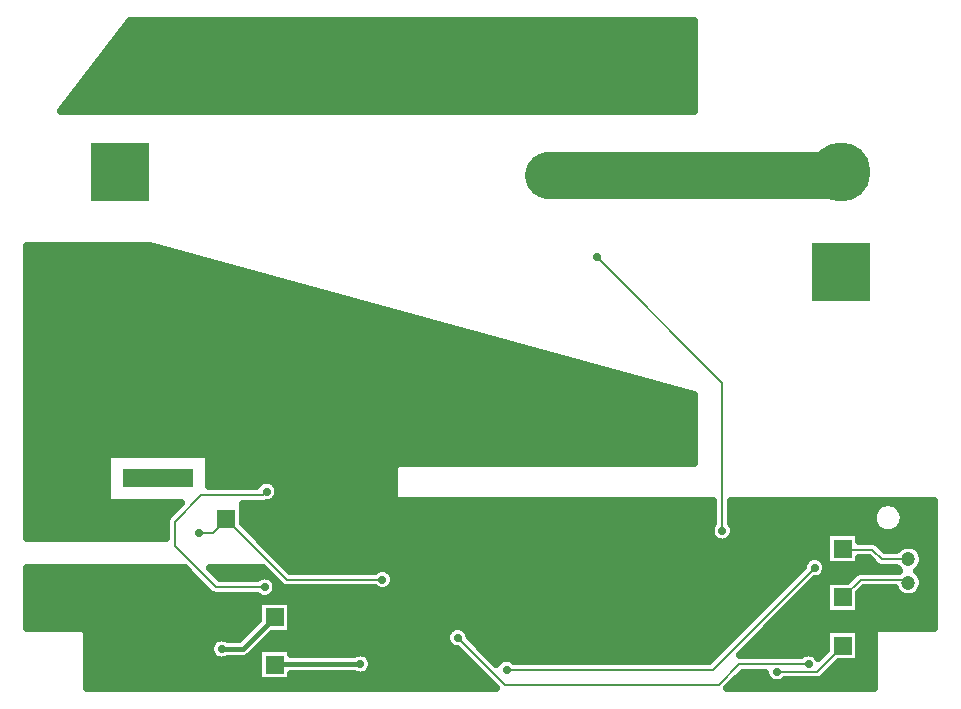
<source format=gbr>
G04 DipTrace 3.2.0.1*
G04 Bottom.gbr*
%MOIN*%
G04 #@! TF.FileFunction,Copper,L2,Bot*
G04 #@! TF.Part,Single*
G04 #@! TA.AperFunction,Conductor*
%ADD14C,0.015748*%
%ADD15C,0.007874*%
G04 #@! TA.AperFunction,ViaPad*
%ADD16C,0.07874*%
G04 #@! TA.AperFunction,Conductor*
%ADD17C,0.15748*%
%ADD19C,0.059055*%
G04 #@! TA.AperFunction,CopperBalancing*
%ADD20C,0.025*%
%ADD21R,0.059055X0.059055*%
G04 #@! TA.AperFunction,ComponentPad*
%ADD23C,0.059055*%
%ADD27R,0.047244X0.047244*%
%ADD28C,0.047244*%
%ADD29R,0.19685X0.19685*%
%ADD30C,0.19685*%
G04 #@! TA.AperFunction,ViaPad*
%ADD42C,0.027559*%
%FSLAX26Y26*%
G04*
G70*
G90*
G75*
G01*
G04 Bottom*
%LPD*%
X1106126Y587430D2*
D14*
X1177490D1*
X1283465Y693406D1*
X3394636Y887205D2*
D15*
X3306446D1*
X3274950Y918701D1*
X3179724D1*
X3177165Y921260D1*
X1568701Y537451D2*
D14*
X1286566D1*
X1283465Y534350D1*
X2193701Y2168701D2*
D17*
X3160827D1*
X3169291Y2177165D1*
X2056201Y518701D2*
D15*
X2743110D1*
X3082677Y858268D1*
X2956693Y511811D2*
X3090551D1*
X3177165Y598425D1*
X1249861Y793659D2*
X1087378D1*
X949892Y931144D1*
Y1012386D1*
X1037383Y1099877D1*
X1243612D1*
X1256110Y1112375D1*
X806201Y1156201D2*
D19*
X981201D1*
X2774950Y981201D2*
D15*
Y1474951D1*
X2356201Y1893701D1*
X1031201Y974951D2*
X1077314D1*
X1122047Y1019685D1*
X1641732Y818898D2*
X1322835D1*
X1122047Y1019685D1*
X3177165Y759843D2*
X3236024Y818701D1*
X3384400D1*
X3394636Y808465D1*
X3062450Y537451D2*
X2831201D1*
X2762450Y468701D1*
X2049769D1*
X1893543Y624927D1*
D42*
X1031201Y974951D3*
X3082677Y858268D3*
X1641732Y818898D3*
X2056201Y518701D3*
X2956693Y511811D3*
X1106126Y587430D3*
X1568701Y537451D3*
X3062450D3*
X1893543Y624927D3*
X1493701Y893701D3*
X2774950Y981201D3*
X2356201Y1893701D3*
X1249861Y793659D3*
X1256110Y1112375D3*
X937450Y799951D3*
D16*
X2018530Y1331102D3*
X2574722Y1343601D3*
X2193701Y2168701D3*
D42*
X1381201Y1131201D3*
X1431201Y606201D3*
X2306201Y574951D3*
X2443701Y606201D3*
X2637450Y637451D3*
X2824950Y793701D3*
X1368701Y856201D3*
D16*
X1068701Y2618701D3*
X818701D3*
X943701D3*
X1068701Y2493701D3*
X818701D3*
X943701D3*
X693701D3*
X2243701Y2618701D3*
X1668701D3*
X2243701Y2493701D3*
X1668701D3*
X458701Y1906332D2*
D20*
X955308D1*
X458701Y1881463D2*
X1046059D1*
X458701Y1856594D2*
X1136846D1*
X458701Y1831726D2*
X1227597D1*
X458701Y1806857D2*
X1318384D1*
X458701Y1781988D2*
X1409135D1*
X458701Y1757119D2*
X1499922D1*
X458701Y1732251D2*
X1590673D1*
X458701Y1707382D2*
X1681460D1*
X458701Y1682513D2*
X1772211D1*
X458701Y1657644D2*
X1862998D1*
X458701Y1632776D2*
X1953785D1*
X458701Y1607907D2*
X2044536D1*
X458701Y1583038D2*
X2135323D1*
X458701Y1558169D2*
X2226075D1*
X458701Y1533301D2*
X2316862D1*
X458701Y1508432D2*
X2407613D1*
X458701Y1483563D2*
X2498400D1*
X458701Y1458694D2*
X2589151D1*
X458701Y1433825D2*
X2678718D1*
X458701Y1408957D2*
X2678718D1*
X458701Y1384088D2*
X2678718D1*
X458701Y1359219D2*
X2678718D1*
X458701Y1334350D2*
X2678718D1*
X458701Y1309482D2*
X2678718D1*
X458701Y1284613D2*
X2678718D1*
X458701Y1259744D2*
X2678718D1*
X458701Y1234875D2*
X721307D1*
X1066094D2*
X2678718D1*
X458701Y1210007D2*
X721307D1*
X1066094D2*
X2678718D1*
X458701Y1185138D2*
X721307D1*
X1066094D2*
X1678697D1*
X458701Y1160269D2*
X721307D1*
X1066094D2*
X1678661D1*
X458701Y1135400D2*
X721307D1*
X1066094D2*
X1222035D1*
X1290191D2*
X1678625D1*
X458701Y1110531D2*
X721307D1*
X1297655D2*
X1678590D1*
X458701Y1085663D2*
X721307D1*
X1287141D2*
X1681424D1*
X458701Y1060794D2*
X954447D1*
X1179381D2*
X2743202D1*
X2806693D2*
X3287493D1*
X3367921D2*
X3478684D1*
X458701Y1035925D2*
X929579D1*
X1179381D2*
X2743202D1*
X2806693D2*
X3274359D1*
X3381055D2*
X3478684D1*
X458701Y1011056D2*
X918132D1*
X1179381D2*
X2743202D1*
X2806693D2*
X3275113D1*
X3380302D2*
X3478684D1*
X458701Y986188D2*
X918132D1*
X1199404D2*
X2733692D1*
X2816238D2*
X3290615D1*
X3364800D2*
X3478684D1*
X458701Y961319D2*
X918132D1*
X1224272D2*
X2738788D1*
X2811107D2*
X3119842D1*
X3234504D2*
X3478684D1*
X1249140Y936450D2*
X3119842D1*
X3301069D2*
X3478684D1*
X1274007Y911581D2*
X3119842D1*
X3439582D2*
X3478684D1*
X1298875Y886713D2*
X3053349D1*
X3234504D2*
X3263092D1*
X3446077D2*
X3478684D1*
X1323743Y861844D2*
X3041256D1*
X3124088D2*
X3289359D1*
X3438972D2*
X3478684D1*
X458719Y836975D2*
X1000199D1*
X1087912D2*
X1260898D1*
X1678889D2*
X3017536D1*
X3117952D2*
X3210450D1*
X3436891D2*
X3478684D1*
X458719Y812106D2*
X1025067D1*
X1682728D2*
X2992668D1*
X3080382D2*
X3119842D1*
X3445934D2*
X3478684D1*
X458719Y787238D2*
X1049934D1*
X1290909D2*
X1616295D1*
X1667155D2*
X2967801D1*
X3055514D2*
X3119842D1*
X3248427D2*
X3348030D1*
X3441233D2*
X3478684D1*
X458719Y762369D2*
X1223937D1*
X1275802D2*
X2942933D1*
X3030646D2*
X3119842D1*
X3234504D2*
X3375732D1*
X3413566D2*
X3478684D1*
X458719Y737500D2*
X1226126D1*
X1340788D2*
X2918029D1*
X3005778D2*
X3119842D1*
X3234504D2*
X3478684D1*
X458719Y712631D2*
X1226126D1*
X1340788D2*
X2893162D1*
X2980911D2*
X3119842D1*
X3234504D2*
X3478684D1*
X458719Y687762D2*
X1226126D1*
X1340788D2*
X2868294D1*
X2956043D2*
X3478684D1*
X458719Y662894D2*
X1203519D1*
X1340788D2*
X1881730D1*
X1905354D2*
X2843426D1*
X2931175D2*
X3478684D1*
X658701Y638025D2*
X1178651D1*
X1277524D2*
X1854207D1*
X1932877D2*
X2818558D1*
X2906307D2*
X3119842D1*
X3234504D2*
X3278701D1*
X658701Y613156D2*
X1074192D1*
X1252656D2*
X1853776D1*
X1949168D2*
X2793691D1*
X2881440D2*
X3119842D1*
X3234504D2*
X3278701D1*
X658701Y588287D2*
X1064539D1*
X1340788D2*
X1877424D1*
X1974036D2*
X2768823D1*
X2856572D2*
X3119842D1*
X3234504D2*
X3278701D1*
X658701Y563419D2*
X1072793D1*
X1202885D2*
X1226126D1*
X1600410D2*
X1911191D1*
X1998904D2*
X2743955D1*
X3234504D2*
X3278701D1*
X658701Y538550D2*
X1226126D1*
X1610278D2*
X1936059D1*
X3161157D2*
X3278701D1*
X658701Y513681D2*
X1226126D1*
X1602240D2*
X1960926D1*
X3136289D2*
X3278701D1*
X658701Y488812D2*
X1226126D1*
X1340788D2*
X1985794D1*
X2826429D2*
X2922587D1*
X3111134D2*
X3278701D1*
X658701Y463944D2*
X2010662D1*
X2801561D2*
X3278701D1*
X1237812Y748244D2*
X1338303D1*
Y638567D1*
X1275542D1*
X1199042Y562196D1*
X1194829Y559135D1*
X1190189Y556771D1*
X1185236Y555162D1*
X1180093Y554348D1*
X1126785Y554245D1*
X1121085Y551315D1*
X1115251Y549420D1*
X1109193Y548460D1*
X1103059D1*
X1097000Y549420D1*
X1091167Y551315D1*
X1085701Y554100D1*
X1080739Y557706D1*
X1076401Y562043D1*
X1072796Y567006D1*
X1070011Y572471D1*
X1068116Y578305D1*
X1067156Y584363D1*
Y590497D1*
X1068116Y596556D1*
X1070011Y602390D1*
X1072796Y607855D1*
X1076401Y612818D1*
X1080739Y617155D1*
X1085701Y620761D1*
X1091167Y623545D1*
X1097000Y625441D1*
X1103059Y626400D1*
X1109193D1*
X1115251Y625441D1*
X1121085Y623545D1*
X1126760Y620621D1*
X1163720Y620616D1*
X1228649Y685521D1*
X1228626Y748244D1*
X1237812D1*
X732990Y1238598D2*
X1063599D1*
Y1129116D1*
X1220787Y1129125D1*
X1224485Y1135352D1*
X1228469Y1140017D1*
X1233133Y1144000D1*
X1238363Y1147205D1*
X1244031Y1149553D1*
X1249995Y1150985D1*
X1256110Y1151466D1*
X1262225Y1150985D1*
X1268190Y1149553D1*
X1273857Y1147205D1*
X1279087Y1144000D1*
X1283751Y1140017D1*
X1287735Y1135352D1*
X1290940Y1130122D1*
X1293288Y1124455D1*
X1294720Y1118490D1*
X1295201Y1112375D1*
X1294720Y1106260D1*
X1293288Y1100296D1*
X1290940Y1094629D1*
X1287735Y1089398D1*
X1283751Y1084734D1*
X1279087Y1080750D1*
X1273857Y1077545D1*
X1268190Y1075198D1*
X1262225Y1073766D1*
X1255811Y1073297D1*
X1250439Y1071437D1*
X1245906Y1070719D1*
X1176903Y1070629D1*
X1176886Y1006236D1*
X1334936Y848159D1*
X1615829Y848146D1*
X1621308Y852228D1*
X1626773Y855013D1*
X1632607Y856908D1*
X1638665Y857868D1*
X1644799D1*
X1650858Y856908D1*
X1656692Y855013D1*
X1662157Y852228D1*
X1667120Y848622D1*
X1671457Y844285D1*
X1675062Y839322D1*
X1677847Y833857D1*
X1679743Y828023D1*
X1680702Y821965D1*
Y815831D1*
X1679743Y809772D1*
X1677847Y803938D1*
X1675062Y798473D1*
X1671457Y793510D1*
X1667120Y789173D1*
X1662157Y785567D1*
X1656692Y782783D1*
X1650858Y780887D1*
X1644799Y779928D1*
X1638665D1*
X1632607Y780887D1*
X1626773Y782783D1*
X1621308Y785567D1*
X1615826Y789653D1*
X1320540Y789740D1*
X1316007Y790458D1*
X1311642Y791876D1*
X1307553Y793960D1*
X1303840Y796657D1*
X1244174Y856196D1*
X1066206Y856201D1*
X1099499Y822901D1*
X1223917Y822907D1*
X1229436Y826989D1*
X1234902Y829774D1*
X1240735Y831669D1*
X1246794Y832629D1*
X1252928D1*
X1258986Y831669D1*
X1264820Y829774D1*
X1270286Y826989D1*
X1275248Y823383D1*
X1279586Y819046D1*
X1283191Y814084D1*
X1285976Y808618D1*
X1287871Y802784D1*
X1288831Y796726D1*
Y790592D1*
X1287871Y784533D1*
X1285976Y778699D1*
X1283191Y773234D1*
X1279586Y768272D1*
X1275248Y763934D1*
X1270286Y760329D1*
X1264820Y757544D1*
X1258986Y755648D1*
X1252928Y754689D1*
X1246794D1*
X1240735Y755648D1*
X1234902Y757544D1*
X1229436Y760329D1*
X1223954Y764414D1*
X1085083Y764501D1*
X1080550Y765219D1*
X1076185Y766637D1*
X1072096Y768721D1*
X1068383Y771418D1*
X1008235Y831439D1*
X983495Y856178D1*
X456175Y856201D1*
X456201Y656231D1*
X644682Y656162D1*
X647564Y655589D1*
X650232Y654359D1*
X652540Y652540D1*
X654359Y650232D1*
X655589Y647564D1*
X656162Y644682D1*
X656201Y456206D1*
X2020900Y456201D1*
X1891180Y585927D1*
X1884418Y586916D1*
X1878584Y588812D1*
X1873119Y591596D1*
X1868156Y595202D1*
X1863819Y599539D1*
X1860213Y604502D1*
X1857428Y609967D1*
X1855533Y615801D1*
X1854573Y621859D1*
Y627994D1*
X1855533Y634052D1*
X1857428Y639886D1*
X1860213Y645351D1*
X1863819Y650314D1*
X1868156Y654651D1*
X1873119Y658257D1*
X1878584Y661041D1*
X1884418Y662937D1*
X1890476Y663897D1*
X1896610D1*
X1902669Y662937D1*
X1908503Y661041D1*
X1913968Y658257D1*
X1918931Y654651D1*
X1923268Y650314D1*
X1926873Y645351D1*
X1929658Y639886D1*
X1931554Y634052D1*
X1932541Y627287D1*
X2022090Y537743D1*
X2024576Y541678D1*
X2028560Y546342D1*
X2033224Y550326D1*
X2038454Y553531D1*
X2044121Y555878D1*
X2050086Y557310D1*
X2056201Y557791D1*
X2062316Y557310D1*
X2068280Y555878D1*
X2073948Y553531D1*
X2079178Y550326D1*
X2082108Y547945D1*
X2731003Y547949D1*
X3043638Y860591D1*
X3044667Y867393D1*
X3046562Y873227D1*
X3049347Y878692D1*
X3052952Y883655D1*
X3057290Y887992D1*
X3062252Y891598D1*
X3067718Y894383D1*
X3073552Y896278D1*
X3079610Y897238D1*
X3085744D1*
X3091803Y896278D1*
X3097636Y894383D1*
X3103102Y891598D1*
X3108064Y887992D1*
X3112402Y883655D1*
X3116007Y878692D1*
X3118792Y873227D1*
X3120688Y867393D1*
X3121647Y861335D1*
Y855201D1*
X3120688Y849142D1*
X3118792Y843308D1*
X3116007Y837843D1*
X3112402Y832880D1*
X3108064Y828543D1*
X3103102Y824938D1*
X3097636Y822153D1*
X3091803Y820257D1*
X3085037Y819270D1*
X2832492Y566719D1*
X3036494Y566700D1*
X3042025Y570782D1*
X3047491Y573566D1*
X3053325Y575462D1*
X3059383Y576421D1*
X3065517D1*
X3071576Y575462D1*
X3077409Y573566D1*
X3082875Y570782D1*
X3087837Y567176D1*
X3092175Y562839D1*
X3095574Y558185D1*
X3122318Y584940D1*
X3122327Y653264D1*
X3232004D1*
Y543587D1*
X3163716D1*
X3109546Y489571D1*
X3105833Y486873D1*
X3101744Y484789D1*
X3097379Y483371D1*
X3092846Y482653D1*
X3007874Y482563D1*
X2982647D1*
X2977118Y478481D1*
X2971652Y475696D1*
X2965818Y473801D1*
X2959760Y472841D1*
X2953626D1*
X2947567Y473801D1*
X2941734Y475696D1*
X2936268Y478481D1*
X2931306Y482086D1*
X2926968Y486424D1*
X2923363Y491386D1*
X2920578Y496852D1*
X2918682Y502686D1*
X2917786Y508208D1*
X2843305Y508203D1*
X2791315Y456202D1*
X3281224Y456201D1*
X3281355Y645656D1*
X3282152Y648484D1*
X3283588Y651048D1*
X3285583Y653206D1*
X3288026Y654838D1*
X3290783Y655855D1*
X3293701Y656201D1*
X3481196D1*
X3481201Y1081165D1*
X2804195Y1081194D1*
X2804198Y1007129D1*
X2808280Y1001626D1*
X2811065Y996160D1*
X2812961Y990326D1*
X2813920Y984268D1*
Y978134D1*
X2812961Y972075D1*
X2811065Y966241D1*
X2808280Y960776D1*
X2804675Y955814D1*
X2800337Y951476D1*
X2795375Y947871D1*
X2789909Y945086D1*
X2784076Y943190D1*
X2778017Y942231D1*
X2771883D1*
X2765825Y943190D1*
X2759991Y945086D1*
X2754525Y947871D1*
X2749563Y951476D1*
X2745225Y955814D1*
X2741620Y960776D1*
X2738835Y966241D1*
X2736940Y972075D1*
X2735980Y978134D1*
Y984268D1*
X2736940Y990326D1*
X2738835Y996160D1*
X2741620Y1001626D1*
X2745706Y1007108D1*
X2745702Y1081210D1*
X1692567Y1081167D1*
X1689685Y1081744D1*
X1687018Y1082978D1*
X1684713Y1084800D1*
X1682897Y1087111D1*
X1681671Y1089781D1*
X1681101Y1092664D1*
X1681239Y1194682D1*
X1681812Y1197564D1*
X1683043Y1200232D1*
X1684862Y1202540D1*
X1687169Y1204359D1*
X1689838Y1205589D1*
X1692720Y1206162D1*
X2681198Y1206201D1*
X2681201Y1434161D1*
X867001Y1931206D1*
X456212Y1931201D1*
X456201Y956204D1*
X920638Y956201D1*
X920734Y1014681D1*
X921452Y1019214D1*
X922871Y1023579D1*
X924954Y1027668D1*
X927652Y1031381D1*
X969936Y1073793D1*
X723803Y1073803D1*
Y1238598D1*
X732990D1*
X3131513Y976098D2*
X3232004D1*
Y947929D1*
X3277245Y947859D1*
X3281778Y947141D1*
X3286143Y945723D1*
X3290232Y943639D1*
X3293945Y940941D1*
X3318544Y916470D1*
X3355428Y916453D1*
X3360036Y921806D1*
X3365874Y926792D1*
X3372421Y930804D1*
X3379515Y933743D1*
X3386982Y935535D1*
X3394636Y936138D1*
X3402291Y935535D1*
X3409758Y933743D1*
X3416852Y930804D1*
X3423399Y926792D1*
X3429237Y921806D1*
X3434224Y915967D1*
X3438236Y909420D1*
X3441175Y902326D1*
X3442967Y894860D1*
X3443570Y887205D1*
X3442967Y879550D1*
X3441175Y872084D1*
X3438236Y864990D1*
X3434224Y858443D1*
X3429237Y852604D1*
X3423693Y847849D1*
X3429237Y843065D1*
X3434224Y837227D1*
X3438236Y830680D1*
X3441175Y823586D1*
X3442967Y816119D1*
X3443570Y808465D1*
X3442967Y800810D1*
X3441175Y793343D1*
X3438236Y786249D1*
X3434224Y779702D1*
X3429237Y773864D1*
X3423399Y768877D1*
X3416852Y764865D1*
X3409758Y761926D1*
X3402291Y760134D1*
X3394636Y759531D1*
X3386982Y760134D1*
X3379515Y761926D1*
X3372421Y764865D1*
X3365874Y768877D1*
X3360036Y773864D1*
X3355049Y779702D1*
X3351037Y786249D1*
X3349560Y789452D1*
X3248148Y789453D1*
X3232016Y773330D1*
X3232004Y705004D1*
X3122327D1*
Y814681D1*
X3190615D1*
X3217028Y840941D1*
X3220742Y843639D1*
X3224831Y845723D1*
X3229196Y847141D1*
X3233729Y847859D1*
X3318701Y847949D1*
X3365458D1*
X3360036Y852604D1*
X3355430Y857959D1*
X3304151Y858047D1*
X3299618Y858765D1*
X3295253Y860183D1*
X3291164Y862267D1*
X3287451Y864964D1*
X3262852Y889436D1*
X3231997Y889453D1*
X3232004Y866421D1*
X3122327D1*
Y976098D1*
X3131513D1*
X1237812Y589189D2*
X1338303D1*
Y570637D1*
X1548276Y570782D1*
X1553741Y573566D1*
X1559575Y575462D1*
X1565634Y576421D1*
X1571768D1*
X1577826Y575462D1*
X1583660Y573566D1*
X1589126Y570782D1*
X1594088Y567176D1*
X1598425Y562839D1*
X1602031Y557876D1*
X1604816Y552411D1*
X1606711Y546577D1*
X1607671Y540518D1*
Y534384D1*
X1606711Y528326D1*
X1604816Y522492D1*
X1602031Y517027D1*
X1598425Y512064D1*
X1594088Y507727D1*
X1589126Y504121D1*
X1583660Y501336D1*
X1577826Y499441D1*
X1571768Y498481D1*
X1565634D1*
X1559575Y499441D1*
X1553741Y501336D1*
X1548067Y504261D1*
X1338288Y504266D1*
X1338303Y479512D1*
X1228626D1*
Y589189D1*
X1237812D1*
X3379548Y1020920D2*
X3378272Y1012861D1*
X3375750Y1005100D1*
X3372046Y997829D1*
X3367249Y991228D1*
X3361479Y985458D1*
X3354878Y980662D1*
X3347607Y976957D1*
X3339847Y974435D1*
X3331787Y973159D1*
X3323627D1*
X3315568Y974435D1*
X3307807Y976957D1*
X3300537Y980662D1*
X3293935Y985458D1*
X3288165Y991228D1*
X3283369Y997829D1*
X3279664Y1005100D1*
X3277143Y1012861D1*
X3275866Y1020920D1*
Y1029080D1*
X3277143Y1037139D1*
X3279664Y1044900D1*
X3283369Y1052171D1*
X3288165Y1058772D1*
X3293935Y1064542D1*
X3300537Y1069338D1*
X3307807Y1073043D1*
X3315568Y1075565D1*
X3323627Y1076841D1*
X3331787D1*
X3339847Y1075565D1*
X3347607Y1073043D1*
X3354878Y1069338D1*
X3361479Y1064542D1*
X3367249Y1058772D1*
X3372046Y1052171D1*
X3375750Y1044900D1*
X3378272Y1037139D1*
X3379548Y1029080D1*
Y1020920D1*
X783210Y2656332D2*
X2678708D1*
X764084Y2631463D2*
X2678708D1*
X744958Y2606594D2*
X2678708D1*
X725831Y2581726D2*
X2678708D1*
X706705Y2556857D2*
X2678708D1*
X687579Y2531988D2*
X2678708D1*
X668453Y2507119D2*
X2678708D1*
X649326Y2482251D2*
X2678708D1*
X630200Y2457382D2*
X2678708D1*
X611074Y2432513D2*
X2678708D1*
X591912Y2407644D2*
X2678708D1*
X572785Y2382776D2*
X2678708D1*
X569071Y2381201D2*
X2681214D1*
X2681201Y2681216D1*
X799855Y2681201D1*
X569088Y2381202D1*
D21*
X1283465Y693406D3*
X806201Y1156201D3*
D23*
Y1353051D3*
D21*
X3177165Y921260D3*
X1283465Y534350D3*
D27*
X3394636Y965945D3*
D28*
Y887205D3*
Y808465D3*
D29*
X767717Y2177165D3*
D30*
Y1842520D3*
D29*
X3169291D3*
D30*
Y2177165D3*
D21*
X1122047Y1019685D3*
X3177165Y598425D3*
Y759843D3*
X981201Y1156201D3*
M02*

</source>
